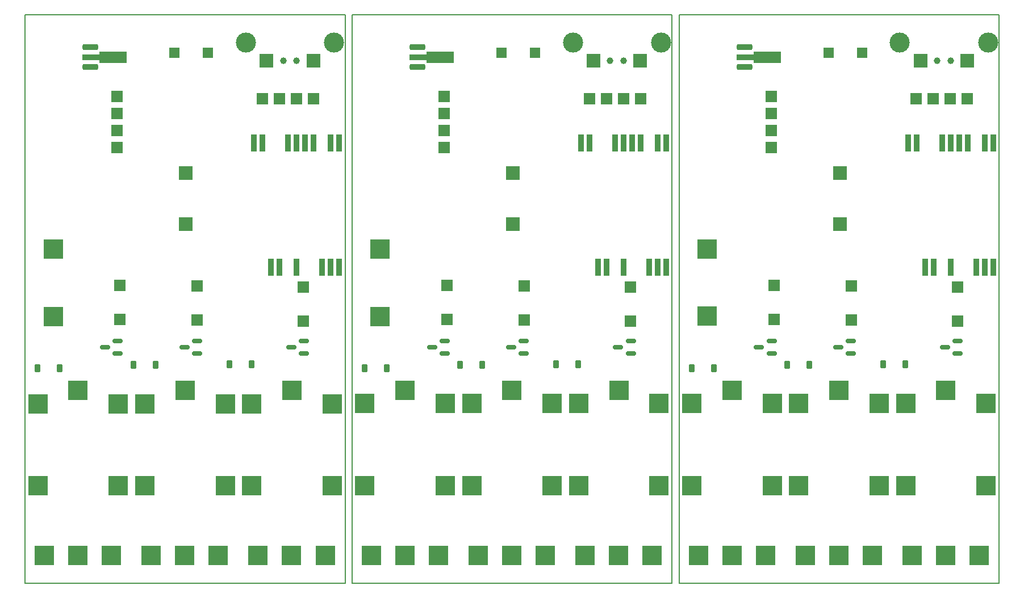
<source format=gbr>
%TF.GenerationSoftware,KiCad,Pcbnew,9.0.6*%
%TF.CreationDate,2026-01-12T11:56:10-03:00*%
%TF.ProjectId,central,63656e74-7261-46c2-9e6b-696361645f70,rev?*%
%TF.SameCoordinates,Original*%
%TF.FileFunction,Soldermask,Top*%
%TF.FilePolarity,Negative*%
%FSLAX46Y46*%
G04 Gerber Fmt 4.6, Leading zero omitted, Abs format (unit mm)*
G04 Created by KiCad (PCBNEW 9.0.6) date 2026-01-12 11:56:10*
%MOMM*%
%LPD*%
G01*
G04 APERTURE LIST*
G04 Aperture macros list*
%AMRoundRect*
0 Rectangle with rounded corners*
0 $1 Rounding radius*
0 $2 $3 $4 $5 $6 $7 $8 $9 X,Y pos of 4 corners*
0 Add a 4 corners polygon primitive as box body*
4,1,4,$2,$3,$4,$5,$6,$7,$8,$9,$2,$3,0*
0 Add four circle primitives for the rounded corners*
1,1,$1+$1,$2,$3*
1,1,$1+$1,$4,$5*
1,1,$1+$1,$6,$7*
1,1,$1+$1,$8,$9*
0 Add four rect primitives between the rounded corners*
20,1,$1+$1,$2,$3,$4,$5,0*
20,1,$1+$1,$4,$5,$6,$7,0*
20,1,$1+$1,$6,$7,$8,$9,0*
20,1,$1+$1,$8,$9,$2,$3,0*%
%AMFreePoly0*
4,1,9,5.362500,-0.866500,1.237500,-0.866500,1.237500,-0.450000,-1.237500,-0.450000,-1.237500,0.450000,1.237500,0.450000,1.237500,0.866500,5.362500,0.866500,5.362500,-0.866500,5.362500,-0.866500,$1*%
G04 Aperture macros list end*
%ADD10RoundRect,0.225000X-0.225000X-0.375000X0.225000X-0.375000X0.225000X0.375000X-0.225000X0.375000X0*%
%ADD11RoundRect,0.150000X0.587500X0.150000X-0.587500X0.150000X-0.587500X-0.150000X0.587500X-0.150000X0*%
%ADD12R,0.900000X2.500000*%
%ADD13RoundRect,0.225000X-0.925000X-0.225000X0.925000X-0.225000X0.925000X0.225000X-0.925000X0.225000X0*%
%ADD14FreePoly0,0.000000*%
%ADD15RoundRect,0.225000X0.225000X0.375000X-0.225000X0.375000X-0.225000X-0.375000X0.225000X-0.375000X0*%
%ADD16R,3.000000X3.000000*%
%ADD17R,1.700000X1.700000*%
%ADD18R,2.000000X2.000000*%
%ADD19C,1.000000*%
%ADD20C,3.000000*%
%ADD21RoundRect,0.250000X-0.550000X-0.550000X0.550000X-0.550000X0.550000X0.550000X-0.550000X0.550000X0*%
%TA.AperFunction,Profile*%
%ADD22C,0.200000*%
%TD*%
G04 APERTURE END LIST*
D10*
%TO.C,D1*%
X65122800Y-108610400D03*
X68422800Y-108610400D03*
%TD*%
D11*
%TO.C,Q3*%
X77035900Y-106410800D03*
X77035900Y-104510800D03*
X75160900Y-105460800D03*
%TD*%
%TO.C,Q2*%
X88860900Y-106438500D03*
X88860900Y-104538500D03*
X86985900Y-105488500D03*
%TD*%
D12*
%TO.C,U1*%
X158835600Y-75010400D03*
X157565600Y-75010400D03*
X155025600Y-75010400D03*
X153755600Y-75010400D03*
X152485600Y-75010400D03*
X151215600Y-75010400D03*
X147405600Y-75010400D03*
X146135600Y-75010400D03*
X148675600Y-93510400D03*
X149945600Y-93510400D03*
X152485600Y-93510400D03*
X156295600Y-93510400D03*
X157565600Y-93510400D03*
X158835600Y-93510400D03*
%TD*%
D13*
%TO.C,U2*%
X170492000Y-60670400D03*
D14*
X170579500Y-62170400D03*
D13*
X170492000Y-63670400D03*
%TD*%
D12*
%TO.C,U1*%
X207587600Y-75006000D03*
X206317600Y-75006000D03*
X203777600Y-75006000D03*
X202507600Y-75006000D03*
X201237600Y-75006000D03*
X199967600Y-75006000D03*
X196157600Y-75006000D03*
X194887600Y-75006000D03*
X197427600Y-93506000D03*
X198697600Y-93506000D03*
X201237600Y-93506000D03*
X205047600Y-93506000D03*
X206317600Y-93506000D03*
X207587600Y-93506000D03*
%TD*%
D15*
%TO.C,D2*%
X180180000Y-108093600D03*
X176880000Y-108093600D03*
%TD*%
D10*
%TO.C,D1*%
X113874800Y-108606000D03*
X117174800Y-108606000D03*
%TD*%
D13*
%TO.C,U2*%
X121740000Y-60674800D03*
D14*
X121827500Y-62174800D03*
D13*
X121740000Y-63674800D03*
%TD*%
D15*
%TO.C,D2*%
X82676000Y-108102400D03*
X79376000Y-108102400D03*
%TD*%
D10*
%TO.C,D1*%
X162626800Y-108601600D03*
X165926800Y-108601600D03*
%TD*%
D11*
%TO.C,Q3*%
X174539900Y-106402000D03*
X174539900Y-104502000D03*
X172664900Y-105452000D03*
%TD*%
D15*
%TO.C,D2*%
X131428000Y-108098000D03*
X128128000Y-108098000D03*
%TD*%
D11*
%TO.C,Q2*%
X137612900Y-106434100D03*
X137612900Y-104534100D03*
X135737900Y-105484100D03*
%TD*%
%TO.C,Q1*%
X104792300Y-106438500D03*
X104792300Y-104538500D03*
X102917300Y-105488500D03*
%TD*%
D15*
%TO.C,D3*%
X145737600Y-107996400D03*
X142437600Y-107996400D03*
%TD*%
D13*
%TO.C,U2*%
X72988000Y-60679200D03*
D14*
X73075500Y-62179200D03*
D13*
X72988000Y-63679200D03*
%TD*%
D15*
%TO.C,D3*%
X194489600Y-107992000D03*
X191189600Y-107992000D03*
%TD*%
D11*
%TO.C,Q3*%
X125787900Y-106406400D03*
X125787900Y-104506400D03*
X123912900Y-105456400D03*
%TD*%
%TO.C,Q1*%
X202296300Y-106429700D03*
X202296300Y-104529700D03*
X200421300Y-105479700D03*
%TD*%
%TO.C,Q2*%
X186364900Y-106429700D03*
X186364900Y-104529700D03*
X184489900Y-105479700D03*
%TD*%
%TO.C,Q1*%
X153544300Y-106434100D03*
X153544300Y-104534100D03*
X151669300Y-105484100D03*
%TD*%
D12*
%TO.C,U1*%
X110083600Y-75014800D03*
X108813600Y-75014800D03*
X106273600Y-75014800D03*
X105003600Y-75014800D03*
X103733600Y-75014800D03*
X102463600Y-75014800D03*
X98653600Y-75014800D03*
X97383600Y-75014800D03*
X99923600Y-93514800D03*
X101193600Y-93514800D03*
X103733600Y-93514800D03*
X107543600Y-93514800D03*
X108813600Y-93514800D03*
X110083600Y-93514800D03*
%TD*%
D15*
%TO.C,D3*%
X96985600Y-108000800D03*
X93685600Y-108000800D03*
%TD*%
D16*
%TO.C,K1*%
X200516000Y-111884800D03*
X194516000Y-126084800D03*
X206516000Y-126084800D03*
X194516000Y-113884800D03*
X206516000Y-113884800D03*
%TD*%
D17*
%TO.C,R1*%
X153483600Y-96487900D03*
X153483600Y-101567900D03*
%TD*%
D16*
%TO.C,J2*%
X140805400Y-136507650D03*
X135805400Y-136507650D03*
X130805400Y-136507650D03*
%TD*%
%TO.C,J2*%
X92053400Y-136512050D03*
X87053400Y-136512050D03*
X82053400Y-136512050D03*
%TD*%
D17*
%TO.C,R3*%
X77368400Y-96215200D03*
X77368400Y-101295200D03*
%TD*%
%TO.C,R1*%
X104731600Y-96492300D03*
X104731600Y-101572300D03*
%TD*%
D18*
%TO.C,J5*%
X147969600Y-62729200D03*
D19*
X150469600Y-62729200D03*
X152469600Y-62729200D03*
D18*
X154969600Y-62729200D03*
D20*
X144899600Y-60019200D03*
X158039600Y-60019200D03*
%TD*%
D18*
%TO.C,BZ1*%
X135975600Y-79497600D03*
X135975600Y-87097600D03*
%TD*%
D16*
%TO.C,K3*%
X168653200Y-111884800D03*
X162653200Y-126084800D03*
X174653200Y-126084800D03*
X162653200Y-113884800D03*
X174653200Y-113884800D03*
%TD*%
%TO.C,J3*%
X173626000Y-136503250D03*
X168626000Y-136503250D03*
X163626000Y-136503250D03*
%TD*%
%TO.C,K2*%
X184584600Y-111884800D03*
X178584600Y-126084800D03*
X190584600Y-126084800D03*
X178584600Y-113884800D03*
X190584600Y-113884800D03*
%TD*%
D17*
%TO.C,Jtouch1*%
X196106800Y-68368000D03*
X198646800Y-68368000D03*
X201186800Y-68368000D03*
X203726800Y-68368000D03*
%TD*%
%TO.C,R3*%
X174872400Y-96206400D03*
X174872400Y-101286400D03*
%TD*%
D18*
%TO.C,BZ1*%
X184727600Y-79493200D03*
X184727600Y-87093200D03*
%TD*%
D16*
%TO.C,J1*%
X205488800Y-136503250D03*
X200488800Y-136503250D03*
X195488800Y-136503250D03*
%TD*%
D17*
%TO.C,R2*%
X137654800Y-96312400D03*
X137654800Y-101392400D03*
%TD*%
D21*
%TO.C,C1*%
X183036149Y-61510000D03*
X188036149Y-61510000D03*
%TD*%
D16*
%TO.C,K1*%
X151764000Y-111889200D03*
X145764000Y-126089200D03*
X157764000Y-126089200D03*
X145764000Y-113889200D03*
X157764000Y-113889200D03*
%TD*%
D17*
%TO.C,Brd1*%
X76974000Y-75700400D03*
X76974000Y-73160400D03*
X76974000Y-70620400D03*
X76974000Y-68080400D03*
%TD*%
D16*
%TO.C,K3*%
X119901200Y-111889200D03*
X113901200Y-126089200D03*
X125901200Y-126089200D03*
X113901200Y-113889200D03*
X125901200Y-113889200D03*
%TD*%
%TO.C,K1*%
X103012000Y-111893600D03*
X97012000Y-126093600D03*
X109012000Y-126093600D03*
X97012000Y-113893600D03*
X109012000Y-113893600D03*
%TD*%
D18*
%TO.C,J5*%
X196721600Y-62724800D03*
D19*
X199221600Y-62724800D03*
X201221600Y-62724800D03*
D18*
X203721600Y-62724800D03*
D20*
X193651600Y-60014800D03*
X206791600Y-60014800D03*
%TD*%
D16*
%TO.C,J1*%
X107984800Y-136512050D03*
X102984800Y-136512050D03*
X97984800Y-136512050D03*
%TD*%
D17*
%TO.C,R2*%
X186406800Y-96308000D03*
X186406800Y-101388000D03*
%TD*%
D16*
%TO.C,J4*%
X164943900Y-100850800D03*
X164943900Y-90850800D03*
%TD*%
D17*
%TO.C,R2*%
X88902800Y-96316800D03*
X88902800Y-101396800D03*
%TD*%
%TO.C,R1*%
X202235600Y-96483500D03*
X202235600Y-101563500D03*
%TD*%
D16*
%TO.C,J4*%
X67439900Y-100859600D03*
X67439900Y-90859600D03*
%TD*%
%TO.C,J4*%
X116191900Y-100855200D03*
X116191900Y-90855200D03*
%TD*%
%TO.C,J2*%
X189557400Y-136503250D03*
X184557400Y-136503250D03*
X179557400Y-136503250D03*
%TD*%
%TO.C,K2*%
X87080600Y-111893600D03*
X81080600Y-126093600D03*
X93080600Y-126093600D03*
X81080600Y-113893600D03*
X93080600Y-113893600D03*
%TD*%
D17*
%TO.C,R3*%
X126120400Y-96210800D03*
X126120400Y-101290800D03*
%TD*%
D16*
%TO.C,J1*%
X156736800Y-136507650D03*
X151736800Y-136507650D03*
X146736800Y-136507650D03*
%TD*%
%TO.C,J3*%
X124874000Y-136507650D03*
X119874000Y-136507650D03*
X114874000Y-136507650D03*
%TD*%
D17*
%TO.C,Jtouch1*%
X98602800Y-68376800D03*
X101142800Y-68376800D03*
X103682800Y-68376800D03*
X106222800Y-68376800D03*
%TD*%
%TO.C,Jtouch1*%
X147354800Y-68372400D03*
X149894800Y-68372400D03*
X152434800Y-68372400D03*
X154974800Y-68372400D03*
%TD*%
D18*
%TO.C,J5*%
X99217600Y-62733600D03*
D19*
X101717600Y-62733600D03*
X103717600Y-62733600D03*
D18*
X106217600Y-62733600D03*
D20*
X96147600Y-60023600D03*
X109287600Y-60023600D03*
%TD*%
D16*
%TO.C,J3*%
X76122000Y-136512050D03*
X71122000Y-136512050D03*
X66122000Y-136512050D03*
%TD*%
%TO.C,K2*%
X135832600Y-111889200D03*
X129832600Y-126089200D03*
X141832600Y-126089200D03*
X129832600Y-113889200D03*
X141832600Y-113889200D03*
%TD*%
D17*
%TO.C,Brd1*%
X125726000Y-75696000D03*
X125726000Y-73156000D03*
X125726000Y-70616000D03*
X125726000Y-68076000D03*
%TD*%
D21*
%TO.C,C1*%
X134284149Y-61514400D03*
X139284149Y-61514400D03*
%TD*%
D16*
%TO.C,K3*%
X71149200Y-111893600D03*
X65149200Y-126093600D03*
X77149200Y-126093600D03*
X65149200Y-113893600D03*
X77149200Y-113893600D03*
%TD*%
D21*
%TO.C,C1*%
X85532149Y-61518800D03*
X90532149Y-61518800D03*
%TD*%
D18*
%TO.C,BZ1*%
X87223600Y-79502000D03*
X87223600Y-87102000D03*
%TD*%
D17*
%TO.C,Brd1*%
X174478000Y-75691600D03*
X174478000Y-73151600D03*
X174478000Y-70611600D03*
X174478000Y-68071600D03*
%TD*%
D22*
X160750000Y-55871200D02*
X208451200Y-55871200D01*
X208451200Y-140656400D01*
X160750000Y-140656400D01*
X160750000Y-55871200D01*
X111998000Y-55875600D02*
X159699200Y-55875600D01*
X159699200Y-140660800D01*
X111998000Y-140660800D01*
X111998000Y-55875600D01*
X63246000Y-55880000D02*
X110947200Y-55880000D01*
X110947200Y-140665200D01*
X63246000Y-140665200D01*
X63246000Y-55880000D01*
M02*

</source>
